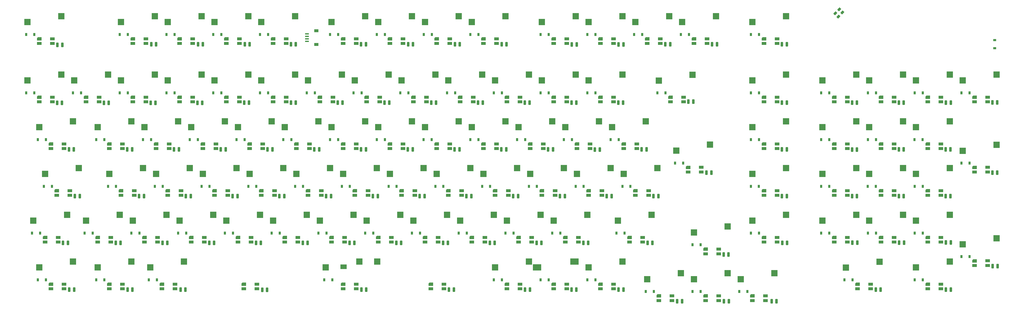
<source format=gbr>
%TF.GenerationSoftware,KiCad,Pcbnew,(6.0.4)*%
%TF.CreationDate,2022-11-05T13:28:53+01:00*%
%TF.ProjectId,pcb,7063622e-6b69-4636-9164-5f7063625858,rev?*%
%TF.SameCoordinates,Original*%
%TF.FileFunction,Paste,Bot*%
%TF.FilePolarity,Positive*%
%FSLAX46Y46*%
G04 Gerber Fmt 4.6, Leading zero omitted, Abs format (unit mm)*
G04 Created by KiCad (PCBNEW (6.0.4)) date 2022-11-05 13:28:53*
%MOMM*%
%LPD*%
G01*
G04 APERTURE LIST*
G04 Aperture macros list*
%AMRoundRect*
0 Rectangle with rounded corners*
0 $1 Rounding radius*
0 $2 $3 $4 $5 $6 $7 $8 $9 X,Y pos of 4 corners*
0 Add a 4 corners polygon primitive as box body*
4,1,4,$2,$3,$4,$5,$6,$7,$8,$9,$2,$3,0*
0 Add four circle primitives for the rounded corners*
1,1,$1+$1,$2,$3*
1,1,$1+$1,$4,$5*
1,1,$1+$1,$6,$7*
1,1,$1+$1,$8,$9*
0 Add four rect primitives between the rounded corners*
20,1,$1+$1,$2,$3,$4,$5,0*
20,1,$1+$1,$4,$5,$6,$7,0*
20,1,$1+$1,$6,$7,$8,$9,0*
20,1,$1+$1,$8,$9,$2,$3,0*%
%AMOutline5P*
0 Free polygon, 5 corners , with rotation*
0 The origin of the aperture is its center*
0 number of corners: always 5*
0 $1 to $10 corner X, Y*
0 $11 Rotation angle, in degrees counterclockwise*
0 create outline with 5 corners*
4,1,5,$1,$2,$3,$4,$5,$6,$7,$8,$9,$10,$1,$2,$11*%
%AMOutline6P*
0 Free polygon, 6 corners , with rotation*
0 The origin of the aperture is its center*
0 number of corners: always 6*
0 $1 to $12 corner X, Y*
0 $13 Rotation angle, in degrees counterclockwise*
0 create outline with 6 corners*
4,1,6,$1,$2,$3,$4,$5,$6,$7,$8,$9,$10,$11,$12,$1,$2,$13*%
%AMOutline7P*
0 Free polygon, 7 corners , with rotation*
0 The origin of the aperture is its center*
0 number of corners: always 7*
0 $1 to $14 corner X, Y*
0 $15 Rotation angle, in degrees counterclockwise*
0 create outline with 7 corners*
4,1,7,$1,$2,$3,$4,$5,$6,$7,$8,$9,$10,$11,$12,$13,$14,$1,$2,$15*%
%AMOutline8P*
0 Free polygon, 8 corners , with rotation*
0 The origin of the aperture is its center*
0 number of corners: always 8*
0 $1 to $16 corner X, Y*
0 $17 Rotation angle, in degrees counterclockwise*
0 create outline with 8 corners*
4,1,8,$1,$2,$3,$4,$5,$6,$7,$8,$9,$10,$11,$12,$13,$14,$15,$16,$1,$2,$17*%
G04 Aperture macros list end*
%ADD10R,1.850000X1.280000*%
%ADD11R,1.850000X1.310000*%
%ADD12Outline5P,-0.925000X0.660000X0.925000X0.660000X0.925000X-0.264000X0.529000X-0.660000X-0.925000X-0.660000X180.000000*%
%ADD13R,1.850000X1.300000*%
%ADD14R,2.550000X2.500000*%
%ADD15R,2.570500X1.878000*%
%ADD16R,3.500998X2.500000*%
%ADD17R,3.349250X2.500000*%
%ADD18R,0.900000X1.200000*%
%ADD19RoundRect,0.250000X-0.250000X-0.700000X0.250000X-0.700000X0.250000X0.700000X-0.250000X0.700000X0*%
%ADD20RoundRect,0.250000X0.503814X0.132583X0.132583X0.503814X-0.503814X-0.132583X-0.132583X-0.503814X0*%
%ADD21R,1.800000X1.200000*%
%ADD22R,1.550000X0.600000*%
%ADD23R,1.200000X0.900000*%
G04 APERTURE END LIST*
D10*
%TO.C,D150*%
X465431250Y-223547500D03*
D11*
X465431250Y-221642500D03*
D12*
X460081250Y-221647500D03*
D13*
X460081250Y-223537500D03*
%TD*%
D10*
%TO.C,D190*%
X132056250Y-280697500D03*
D11*
X132056250Y-278792500D03*
D12*
X126706250Y-278797500D03*
D13*
X126706250Y-280687500D03*
%TD*%
D10*
%TO.C,D180*%
X298743750Y-261647500D03*
D11*
X298743750Y-259742500D03*
D12*
X293393750Y-259747500D03*
D13*
X293393750Y-261637500D03*
%TD*%
D10*
%TO.C,D115*%
X103481250Y-204497500D03*
D11*
X103481250Y-202592500D03*
D12*
X98131250Y-202597500D03*
D13*
X98131250Y-204487500D03*
%TD*%
D10*
%TO.C,D119*%
X179681250Y-204497500D03*
D11*
X179681250Y-202592500D03*
D12*
X174331250Y-202597500D03*
D13*
X174331250Y-204487500D03*
%TD*%
D14*
%TO.C,MX13*%
X373796250Y-169545000D03*
X360066250Y-171965000D03*
%TD*%
D10*
%TO.C,D135*%
X132056250Y-223547500D03*
D11*
X132056250Y-221642500D03*
D12*
X126706250Y-221647500D03*
D13*
X126706250Y-223537500D03*
%TD*%
D10*
%TO.C,D162*%
X327318750Y-242597500D03*
D11*
X327318750Y-240692500D03*
D12*
X321968750Y-240697500D03*
D13*
X321968750Y-242587500D03*
%TD*%
D14*
%TO.C,MX11*%
X335696250Y-169545000D03*
X321966250Y-171965000D03*
%TD*%
%TO.C,MX43*%
X288071250Y-212407500D03*
X274341250Y-214827500D03*
%TD*%
D10*
%TO.C,D136*%
X151106250Y-223547500D03*
D11*
X151106250Y-221642500D03*
D12*
X145756250Y-221647500D03*
D13*
X145756250Y-223537500D03*
%TD*%
D10*
%TO.C,D144*%
X303506250Y-223547500D03*
D11*
X303506250Y-221642500D03*
D12*
X298156250Y-221647500D03*
D13*
X298156250Y-223537500D03*
%TD*%
D10*
%TO.C,D158*%
X251118750Y-242597500D03*
D11*
X251118750Y-240692500D03*
D12*
X245768750Y-240697500D03*
D13*
X245768750Y-242587500D03*
%TD*%
D14*
%TO.C,MX31*%
X449996250Y-193357500D03*
X436266250Y-195777500D03*
%TD*%
D10*
%TO.C,D197*%
X374943750Y-285460000D03*
D11*
X374943750Y-283555000D03*
D12*
X369593750Y-283560000D03*
D13*
X369593750Y-285450000D03*
%TD*%
D14*
%TO.C,MX20*%
X202346250Y-193357500D03*
X188616250Y-195777500D03*
%TD*%
%TO.C,MX54*%
X178533750Y-231457500D03*
X164803750Y-233877500D03*
%TD*%
D10*
%TO.C,D134*%
X108243750Y-223547500D03*
D11*
X108243750Y-221642500D03*
D12*
X102893750Y-221647500D03*
D13*
X102893750Y-223537500D03*
%TD*%
D14*
%TO.C,MX12*%
X354746250Y-169545000D03*
X341016250Y-171965000D03*
%TD*%
%TO.C,MX51*%
X114240000Y-231457500D03*
X100510000Y-233877500D03*
%TD*%
D10*
%TO.C,D138*%
X189206250Y-223547500D03*
D11*
X189206250Y-221642500D03*
D12*
X183856250Y-221647500D03*
D13*
X183856250Y-223537500D03*
%TD*%
D10*
%TO.C,D166*%
X427331250Y-242597500D03*
D11*
X427331250Y-240692500D03*
D12*
X421981250Y-240697500D03*
D13*
X421981250Y-242587500D03*
%TD*%
D14*
%TO.C,MX77*%
X245208750Y-250507500D03*
X231478750Y-252927500D03*
%TD*%
D10*
%TO.C,D185*%
X427331250Y-261647500D03*
D11*
X427331250Y-259742500D03*
D12*
X421981250Y-259747500D03*
D13*
X421981250Y-261637500D03*
%TD*%
D10*
%TO.C,D107*%
X246356250Y-180685000D03*
D11*
X246356250Y-178780000D03*
D12*
X241006250Y-178785000D03*
D13*
X241006250Y-180675000D03*
%TD*%
D10*
%TO.C,D175*%
X203493750Y-261647500D03*
D11*
X203493750Y-259742500D03*
D12*
X198143750Y-259747500D03*
D13*
X198143750Y-261637500D03*
%TD*%
D10*
%TO.C,D170*%
X105862500Y-261647500D03*
D11*
X105862500Y-259742500D03*
D12*
X100512500Y-259747500D03*
D13*
X100512500Y-261637500D03*
%TD*%
D10*
%TO.C,D202*%
X186825000Y-280697500D03*
D11*
X186825000Y-278792500D03*
D12*
X181475000Y-278797500D03*
D13*
X181475000Y-280687500D03*
%TD*%
D10*
%TO.C,D146*%
X341606250Y-223547500D03*
D11*
X341606250Y-221642500D03*
D12*
X336256250Y-221647500D03*
D13*
X336256250Y-223537500D03*
%TD*%
D14*
%TO.C,MX79*%
X283308750Y-250507500D03*
X269578750Y-252927500D03*
%TD*%
D10*
%TO.C,D140*%
X227306250Y-223547500D03*
D11*
X227306250Y-221642500D03*
D12*
X221956250Y-221647500D03*
D13*
X221956250Y-223537500D03*
%TD*%
D14*
%TO.C,MX49*%
X449996250Y-212407500D03*
X436266250Y-214827500D03*
%TD*%
%TO.C,MX45*%
X326171250Y-212407500D03*
X312441250Y-214827500D03*
%TD*%
D10*
%TO.C,D188*%
X484481250Y-271172500D03*
D11*
X484481250Y-269267500D03*
D12*
X479131250Y-269272500D03*
D13*
X479131250Y-271162500D03*
%TD*%
D10*
%TO.C,D137*%
X170156250Y-223547500D03*
D11*
X170156250Y-221642500D03*
D12*
X164806250Y-221647500D03*
D13*
X164806250Y-223537500D03*
%TD*%
D14*
%TO.C,MX42*%
X269021250Y-212407500D03*
X255291250Y-214827500D03*
%TD*%
D10*
%TO.C,D193*%
X293981250Y-280697500D03*
D11*
X293981250Y-278792500D03*
D12*
X288631250Y-278797500D03*
D13*
X288631250Y-280687500D03*
%TD*%
D14*
%TO.C,MX10*%
X316646250Y-169545000D03*
X302916250Y-171965000D03*
%TD*%
%TO.C,MX92*%
X235827500Y-269557500D03*
X228540000Y-269557500D03*
D15*
X222107750Y-271666500D03*
D14*
X214810000Y-271977500D03*
%TD*%
D10*
%TO.C,D163*%
X346368750Y-242597500D03*
D11*
X346368750Y-240692500D03*
D12*
X341018750Y-240697500D03*
D13*
X341018750Y-242587500D03*
%TD*%
D10*
%TO.C,D139*%
X208256250Y-223547500D03*
D11*
X208256250Y-221642500D03*
D12*
X202906250Y-221647500D03*
D13*
X202906250Y-223537500D03*
%TD*%
D14*
%TO.C,MX9*%
X288071250Y-169545000D03*
X274341250Y-171965000D03*
%TD*%
%TO.C,MX18*%
X164246250Y-193357500D03*
X150516250Y-195777500D03*
%TD*%
D10*
%TO.C,D141*%
X246356250Y-223547500D03*
D11*
X246356250Y-221642500D03*
D12*
X241006250Y-221647500D03*
D13*
X241006250Y-223537500D03*
%TD*%
D10*
%TO.C,D148*%
X427331250Y-223547500D03*
D11*
X427331250Y-221642500D03*
D12*
X421981250Y-221647500D03*
D13*
X421981250Y-223537500D03*
%TD*%
D14*
%TO.C,MX15*%
X107096250Y-193357500D03*
X93366250Y-195777500D03*
%TD*%
%TO.C,MX5*%
X202346250Y-169545000D03*
X188616250Y-171965000D03*
%TD*%
%TO.C,MX21*%
X221396250Y-193357500D03*
X207666250Y-195777500D03*
%TD*%
D10*
%TO.C,D113*%
X370181250Y-180685000D03*
D11*
X370181250Y-178780000D03*
D12*
X364831250Y-178785000D03*
D13*
X364831250Y-180675000D03*
%TD*%
D10*
%TO.C,D109*%
X284456250Y-180685000D03*
D11*
X284456250Y-178780000D03*
D12*
X279106250Y-178785000D03*
D13*
X279106250Y-180675000D03*
%TD*%
D14*
%TO.C,MX84*%
X402371250Y-250507500D03*
X388641250Y-252927500D03*
%TD*%
%TO.C,MX44*%
X307121250Y-212407500D03*
X293391250Y-214827500D03*
%TD*%
D10*
%TO.C,D127*%
X332081250Y-204497500D03*
D11*
X332081250Y-202592500D03*
D12*
X326731250Y-202597500D03*
D13*
X326731250Y-204487500D03*
%TD*%
D10*
%TO.C,D167*%
X446381250Y-242597500D03*
D11*
X446381250Y-240692500D03*
D12*
X441031250Y-240697500D03*
D13*
X441031250Y-242587500D03*
%TD*%
D14*
%TO.C,MX47*%
X402371250Y-212407500D03*
X388641250Y-214827500D03*
%TD*%
%TO.C,MX32*%
X469046250Y-193357500D03*
X455316250Y-195777500D03*
%TD*%
%TO.C,MX91*%
X157102500Y-269557500D03*
X143372500Y-271977500D03*
%TD*%
%TO.C,MX36*%
X154721250Y-212407500D03*
X140991250Y-214827500D03*
%TD*%
D10*
%TO.C,D183*%
X374943750Y-266410000D03*
D11*
X374943750Y-264505000D03*
D12*
X369593750Y-264510000D03*
D13*
X369593750Y-266400000D03*
%TD*%
D10*
%TO.C,D130*%
X427331250Y-204497500D03*
D11*
X427331250Y-202592500D03*
D12*
X421981250Y-202597500D03*
D13*
X421981250Y-204487500D03*
%TD*%
D14*
%TO.C,MX71*%
X130908750Y-250507500D03*
X117178750Y-252927500D03*
%TD*%
D10*
%TO.C,D116*%
X122531250Y-204497500D03*
D11*
X122531250Y-202592500D03*
D12*
X117181250Y-202597500D03*
D13*
X117181250Y-204487500D03*
%TD*%
D10*
%TO.C,D168*%
X465431250Y-242597500D03*
D11*
X465431250Y-240692500D03*
D12*
X460081250Y-240697500D03*
D13*
X460081250Y-242587500D03*
%TD*%
D10*
%TO.C,D176*%
X222543750Y-261647500D03*
D11*
X222543750Y-259742500D03*
D12*
X217193750Y-259747500D03*
D13*
X217193750Y-261637500D03*
%TD*%
D10*
%TO.C,D110*%
X313031250Y-180685000D03*
D11*
X313031250Y-178780000D03*
D12*
X307681250Y-178785000D03*
D13*
X307681250Y-180675000D03*
%TD*%
D14*
%TO.C,MX80*%
X302358750Y-250507500D03*
X288628750Y-252927500D03*
%TD*%
D10*
%TO.C,D128*%
X360656250Y-204497500D03*
D11*
X360656250Y-202592500D03*
D12*
X355306250Y-202597500D03*
D13*
X355306250Y-204487500D03*
%TD*%
D10*
%TO.C,D118*%
X160631250Y-204497500D03*
D11*
X160631250Y-202592500D03*
D12*
X155281250Y-202597500D03*
D13*
X155281250Y-204487500D03*
%TD*%
D14*
%TO.C,MX89*%
X111858750Y-269557500D03*
X98128750Y-271977500D03*
%TD*%
%TO.C,MX66*%
X430946250Y-231457500D03*
X417216250Y-233877500D03*
%TD*%
D10*
%TO.C,D186*%
X446381250Y-261647500D03*
D11*
X446381250Y-259742500D03*
D12*
X441031250Y-259747500D03*
D13*
X441031250Y-261637500D03*
%TD*%
D14*
%TO.C,MX3*%
X164246250Y-169545000D03*
X150516250Y-171965000D03*
%TD*%
D10*
%TO.C,D171*%
X127293750Y-261647500D03*
D11*
X127293750Y-259742500D03*
D12*
X121943750Y-259747500D03*
D13*
X121943750Y-261637500D03*
%TD*%
D14*
%TO.C,MX61*%
X311883750Y-231457500D03*
X298153750Y-233877500D03*
%TD*%
%TO.C,MX100*%
X469046250Y-269557500D03*
X455316250Y-271977500D03*
%TD*%
D10*
%TO.C,D105*%
X198731250Y-180685000D03*
D11*
X198731250Y-178780000D03*
D12*
X193381250Y-178785000D03*
D13*
X193381250Y-180675000D03*
%TD*%
D14*
%TO.C,MX86*%
X449996250Y-250507500D03*
X436266250Y-252927500D03*
%TD*%
%TO.C,MX39*%
X211871250Y-212407500D03*
X198141250Y-214827500D03*
%TD*%
D10*
%TO.C,D192*%
X227306250Y-280697500D03*
D11*
X227306250Y-278792500D03*
D12*
X221956250Y-278797500D03*
D13*
X221956250Y-280687500D03*
%TD*%
D14*
%TO.C,MX87*%
X469046250Y-250507500D03*
X455316250Y-252927500D03*
%TD*%
%TO.C,MX83*%
X378558750Y-255270000D03*
X364828750Y-257690000D03*
%TD*%
%TO.C,MX78*%
X264258750Y-250507500D03*
X250528750Y-252927500D03*
%TD*%
D10*
%TO.C,D120*%
X198731250Y-204497500D03*
D11*
X198731250Y-202592500D03*
D12*
X193381250Y-202597500D03*
D13*
X193381250Y-204487500D03*
%TD*%
D10*
%TO.C,D122*%
X236831250Y-204497500D03*
D11*
X236831250Y-202592500D03*
D12*
X231481250Y-202597500D03*
D13*
X231481250Y-204487500D03*
%TD*%
D14*
%TO.C,MX40*%
X230921250Y-212407500D03*
X217191250Y-214827500D03*
%TD*%
D10*
%TO.C,D129*%
X398756250Y-204497500D03*
D11*
X398756250Y-202592500D03*
D12*
X393406250Y-202597500D03*
D13*
X393406250Y-204487500D03*
%TD*%
D10*
%TO.C,D155*%
X193968750Y-242597500D03*
D11*
X193968750Y-240692500D03*
D12*
X188618750Y-240697500D03*
D13*
X188618750Y-242587500D03*
%TD*%
D14*
%TO.C,MX81*%
X321408750Y-250507500D03*
X307678750Y-252927500D03*
%TD*%
D10*
%TO.C,D103*%
X160631250Y-180685000D03*
D11*
X160631250Y-178780000D03*
D12*
X155281250Y-178785000D03*
D13*
X155281250Y-180675000D03*
%TD*%
D14*
%TO.C,MX25*%
X297596250Y-193357500D03*
X283866250Y-195777500D03*
%TD*%
D10*
%TO.C,D106*%
X227306250Y-180685000D03*
D11*
X227306250Y-178780000D03*
D12*
X221956250Y-178785000D03*
D13*
X221956250Y-180675000D03*
%TD*%
D14*
%TO.C,MX52*%
X140433750Y-231457500D03*
X126703750Y-233877500D03*
%TD*%
D10*
%TO.C,D181*%
X317793750Y-261647500D03*
D11*
X317793750Y-259742500D03*
D12*
X312443750Y-259747500D03*
D13*
X312443750Y-261637500D03*
%TD*%
D10*
%TO.C,D184*%
X398756250Y-261647500D03*
D11*
X398756250Y-259742500D03*
D12*
X393406250Y-259747500D03*
D13*
X393406250Y-261637500D03*
%TD*%
D10*
%TO.C,D114*%
X398756250Y-180685000D03*
D11*
X398756250Y-178780000D03*
D12*
X393406250Y-178785000D03*
D13*
X393406250Y-180675000D03*
%TD*%
D14*
%TO.C,MX28*%
X364271250Y-193423639D03*
X350541250Y-195843639D03*
%TD*%
%TO.C,MX97*%
X378558750Y-274320000D03*
X364828750Y-276740000D03*
%TD*%
%TO.C,MX63*%
X349983750Y-231457500D03*
X336253750Y-233877500D03*
%TD*%
D10*
%TO.C,D156*%
X213018750Y-242597500D03*
D11*
X213018750Y-240692500D03*
D12*
X207668750Y-240697500D03*
D13*
X207668750Y-242587500D03*
%TD*%
D14*
%TO.C,MX16*%
X126146250Y-193357500D03*
X112416250Y-195777500D03*
%TD*%
D10*
%TO.C,D159*%
X270168750Y-242597500D03*
D11*
X270168750Y-240692500D03*
D12*
X264818750Y-240697500D03*
D13*
X264818750Y-242587500D03*
%TD*%
D14*
%TO.C,MX76*%
X226158750Y-250507500D03*
X212428750Y-252927500D03*
%TD*%
%TO.C,MX14*%
X402371250Y-169545000D03*
X388641250Y-171965000D03*
%TD*%
%TO.C,MX65*%
X402371250Y-231457500D03*
X388641250Y-233877500D03*
%TD*%
%TO.C,MX75*%
X207108750Y-250507500D03*
X193378750Y-252927500D03*
%TD*%
D10*
%TO.C,D172*%
X146343750Y-261647500D03*
D11*
X146343750Y-259742500D03*
D12*
X140993750Y-259747500D03*
D13*
X140993750Y-261637500D03*
%TD*%
D10*
%TO.C,D117*%
X141581250Y-204497500D03*
D11*
X141581250Y-202592500D03*
D12*
X136231250Y-202597500D03*
D13*
X136231250Y-204487500D03*
%TD*%
D10*
%TO.C,D173*%
X165393750Y-261647500D03*
D11*
X165393750Y-259742500D03*
D12*
X160043750Y-259747500D03*
D13*
X160043750Y-261637500D03*
%TD*%
D10*
%TO.C,D178*%
X260643750Y-261647500D03*
D11*
X260643750Y-259742500D03*
D12*
X255293750Y-259747500D03*
D13*
X255293750Y-261637500D03*
%TD*%
D14*
%TO.C,MX50*%
X469046250Y-212407500D03*
X455316250Y-214827500D03*
%TD*%
%TO.C,MX70*%
X109477500Y-250507500D03*
X95747500Y-252927500D03*
%TD*%
D10*
%TO.C,D199*%
X436856250Y-280697500D03*
D11*
X436856250Y-278792500D03*
D12*
X431506250Y-278797500D03*
D13*
X431506250Y-280687500D03*
%TD*%
D10*
%TO.C,D143*%
X284456250Y-223547500D03*
D11*
X284456250Y-221642500D03*
D12*
X279106250Y-221647500D03*
D13*
X279106250Y-223537500D03*
%TD*%
D10*
%TO.C,D182*%
X343987500Y-261647500D03*
D11*
X343987500Y-259742500D03*
D12*
X338637500Y-259747500D03*
D13*
X338637500Y-261637500D03*
%TD*%
D14*
%TO.C,MX33*%
X488096250Y-193357500D03*
X474366250Y-195777500D03*
%TD*%
D10*
%TO.C,D157*%
X232068750Y-242597500D03*
D11*
X232068750Y-240692500D03*
D12*
X226718750Y-240697500D03*
D13*
X226718750Y-242587500D03*
%TD*%
D14*
%TO.C,MX72*%
X149958750Y-250507500D03*
X136228750Y-252927500D03*
%TD*%
D16*
%TO.C,MX94*%
X316170749Y-269557500D03*
D17*
X300934625Y-271977500D03*
%TD*%
D14*
%TO.C,MX74*%
X188058750Y-250507500D03*
X174328750Y-252927500D03*
%TD*%
D10*
%TO.C,D196*%
X355893750Y-285460000D03*
D11*
X355893750Y-283555000D03*
D12*
X350543750Y-283560000D03*
D13*
X350543750Y-285450000D03*
%TD*%
D10*
%TO.C,D102*%
X141581250Y-180685000D03*
D11*
X141581250Y-178780000D03*
D12*
X136231250Y-178785000D03*
D13*
X136231250Y-180675000D03*
%TD*%
D10*
%TO.C,D203*%
X263025000Y-280697500D03*
D11*
X263025000Y-278792500D03*
D12*
X257675000Y-278797500D03*
D13*
X257675000Y-280687500D03*
%TD*%
D10*
%TO.C,D177*%
X241593750Y-261647500D03*
D11*
X241593750Y-259742500D03*
D12*
X236243750Y-259747500D03*
D13*
X236243750Y-261637500D03*
%TD*%
D14*
%TO.C,MX6*%
X230921250Y-169545000D03*
X217191250Y-171965000D03*
%TD*%
D10*
%TO.C,D145*%
X322556250Y-223547500D03*
D11*
X322556250Y-221642500D03*
D12*
X317206250Y-221647500D03*
D13*
X317206250Y-223537500D03*
%TD*%
D10*
%TO.C,D112*%
X351131250Y-180685000D03*
D11*
X351131250Y-178780000D03*
D12*
X345781250Y-178785000D03*
D13*
X345781250Y-180675000D03*
%TD*%
D14*
%TO.C,MX19*%
X183296250Y-193357500D03*
X169566250Y-195777500D03*
%TD*%
D10*
%TO.C,D142*%
X265406250Y-223547500D03*
D11*
X265406250Y-221642500D03*
D12*
X260056250Y-221647500D03*
D13*
X260056250Y-223537500D03*
%TD*%
D10*
%TO.C,D161*%
X308268750Y-242597500D03*
D11*
X308268750Y-240692500D03*
D12*
X302918750Y-240697500D03*
D13*
X302918750Y-242587500D03*
%TD*%
D14*
%TO.C,MX90*%
X135671250Y-269557500D03*
X121941250Y-271977500D03*
%TD*%
D10*
%TO.C,D149*%
X446381250Y-223547500D03*
D11*
X446381250Y-221642500D03*
D12*
X441031250Y-221647500D03*
D13*
X441031250Y-223537500D03*
%TD*%
D14*
%TO.C,MX69*%
X488096250Y-221998639D03*
X474366250Y-224418639D03*
%TD*%
%TO.C,MX30*%
X430946250Y-193357500D03*
X417216250Y-195777500D03*
%TD*%
%TO.C,MX85*%
X430946250Y-250507500D03*
X417216250Y-252927500D03*
%TD*%
D10*
%TO.C,D126*%
X313031250Y-204497500D03*
D11*
X313031250Y-202592500D03*
D12*
X307681250Y-202597500D03*
D13*
X307681250Y-204487500D03*
%TD*%
D14*
%TO.C,MX73*%
X169008750Y-250507500D03*
X155278750Y-252927500D03*
%TD*%
D10*
%TO.C,D195*%
X332081250Y-280697500D03*
D11*
X332081250Y-278792500D03*
D12*
X326731250Y-278797500D03*
D13*
X326731250Y-280687500D03*
%TD*%
D10*
%TO.C,D123*%
X255881250Y-204497500D03*
D11*
X255881250Y-202592500D03*
D12*
X250531250Y-202597500D03*
D13*
X250531250Y-204487500D03*
%TD*%
D14*
%TO.C,MX57*%
X235683750Y-231457500D03*
X221953750Y-233877500D03*
%TD*%
D10*
%TO.C,D179*%
X279693750Y-261647500D03*
D11*
X279693750Y-259742500D03*
D12*
X274343750Y-259747500D03*
D13*
X274343750Y-261637500D03*
%TD*%
D14*
%TO.C,MX48*%
X430946250Y-212407500D03*
X417216250Y-214827500D03*
%TD*%
D10*
%TO.C,D174*%
X184443750Y-261647500D03*
D11*
X184443750Y-259742500D03*
D12*
X179093750Y-259747500D03*
D13*
X179093750Y-261637500D03*
%TD*%
D10*
%TO.C,D147*%
X398756250Y-223547500D03*
D11*
X398756250Y-221642500D03*
D12*
X393406250Y-221647500D03*
D13*
X393406250Y-223537500D03*
%TD*%
D14*
%TO.C,MX95*%
X335696250Y-269557500D03*
X321966250Y-271977500D03*
%TD*%
%TO.C,MX98*%
X397608750Y-274320000D03*
X383878750Y-276740000D03*
%TD*%
D10*
%TO.C,D198*%
X393993750Y-285460000D03*
D11*
X393993750Y-283555000D03*
D12*
X388643750Y-283560000D03*
D13*
X388643750Y-285450000D03*
%TD*%
D10*
%TO.C,D133*%
X484481250Y-204497500D03*
D11*
X484481250Y-202592500D03*
D12*
X479131250Y-202597500D03*
D13*
X479131250Y-204487500D03*
%TD*%
D14*
%TO.C,MX55*%
X197583750Y-231457500D03*
X183853750Y-233877500D03*
%TD*%
%TO.C,MX60*%
X292833750Y-231457500D03*
X279103750Y-233877500D03*
%TD*%
D10*
%TO.C,D121*%
X217781250Y-204497500D03*
D11*
X217781250Y-202592500D03*
D12*
X212431250Y-202597500D03*
D13*
X212431250Y-204487500D03*
%TD*%
D14*
%TO.C,MX99*%
X440471250Y-269623639D03*
X426741250Y-272043639D03*
%TD*%
%TO.C,MX7*%
X249971250Y-169545000D03*
X236241250Y-171965000D03*
%TD*%
D10*
%TO.C,D187*%
X465431250Y-261647500D03*
D11*
X465431250Y-259742500D03*
D12*
X460081250Y-259747500D03*
D13*
X460081250Y-261637500D03*
%TD*%
D10*
%TO.C,D125*%
X293981250Y-204497500D03*
D11*
X293981250Y-202592500D03*
D12*
X288631250Y-202597500D03*
D13*
X288631250Y-204487500D03*
%TD*%
D14*
%TO.C,MX37*%
X173771250Y-212407500D03*
X160041250Y-214827500D03*
%TD*%
%TO.C,MX96*%
X359508750Y-274320000D03*
X345778750Y-276740000D03*
%TD*%
%TO.C,MX4*%
X183296250Y-169545000D03*
X169566250Y-171965000D03*
%TD*%
D10*
%TO.C,D154*%
X174918750Y-242597500D03*
D11*
X174918750Y-240692500D03*
D12*
X169568750Y-240697500D03*
D13*
X169568750Y-242587500D03*
%TD*%
D14*
%TO.C,MX56*%
X216633750Y-231457500D03*
X202903750Y-233877500D03*
%TD*%
D10*
%TO.C,D104*%
X179681250Y-180685000D03*
D11*
X179681250Y-178780000D03*
D12*
X174331250Y-178785000D03*
D13*
X174331250Y-180675000D03*
%TD*%
D10*
%TO.C,D153*%
X155868750Y-242597500D03*
D11*
X155868750Y-240692500D03*
D12*
X150518750Y-240697500D03*
D13*
X150518750Y-242587500D03*
%TD*%
D10*
%TO.C,D124*%
X274931250Y-204497500D03*
D11*
X274931250Y-202592500D03*
D12*
X269581250Y-202597500D03*
D13*
X269581250Y-204487500D03*
%TD*%
D10*
%TO.C,D200*%
X465431250Y-280697500D03*
D11*
X465431250Y-278792500D03*
D12*
X460081250Y-278797500D03*
D13*
X460081250Y-280687500D03*
%TD*%
D14*
%TO.C,MX46*%
X345221250Y-212407500D03*
X331491250Y-214827500D03*
%TD*%
%TO.C,MX22*%
X240446250Y-193357500D03*
X226716250Y-195777500D03*
%TD*%
D10*
%TO.C,D194*%
X313031250Y-280697500D03*
D11*
X313031250Y-278792500D03*
D12*
X307681250Y-278797500D03*
D13*
X307681250Y-280687500D03*
%TD*%
D14*
%TO.C,MX38*%
X192821250Y-212407500D03*
X179091250Y-214827500D03*
%TD*%
%TO.C,MX23*%
X259496250Y-193357500D03*
X245766250Y-195777500D03*
%TD*%
%TO.C,MX27*%
X335696250Y-193357500D03*
X321966250Y-195777500D03*
%TD*%
%TO.C,MX1*%
X107096250Y-169545000D03*
X93366250Y-171965000D03*
%TD*%
D10*
%TO.C,D111*%
X332081250Y-180685000D03*
D11*
X332081250Y-178780000D03*
D12*
X326731250Y-178785000D03*
D13*
X326731250Y-180675000D03*
%TD*%
D14*
%TO.C,MX93*%
X297596250Y-269557500D03*
X283866250Y-271977500D03*
%TD*%
%TO.C,MX67*%
X449996250Y-231457500D03*
X436266250Y-233877500D03*
%TD*%
%TO.C,MX8*%
X269021250Y-169545000D03*
X255291250Y-171965000D03*
%TD*%
%TO.C,MX88*%
X488096250Y-260098639D03*
X474366250Y-262518639D03*
%TD*%
D10*
%TO.C,D132*%
X465431250Y-204497500D03*
D11*
X465431250Y-202592500D03*
D12*
X460081250Y-202597500D03*
D13*
X460081250Y-204487500D03*
%TD*%
D14*
%TO.C,MX41*%
X249971250Y-212407500D03*
X236241250Y-214827500D03*
%TD*%
D10*
%TO.C,D189*%
X108243750Y-280697500D03*
D11*
X108243750Y-278792500D03*
D12*
X102893750Y-278797500D03*
D13*
X102893750Y-280687500D03*
%TD*%
D14*
%TO.C,MX17*%
X145196250Y-193357500D03*
X131466250Y-195777500D03*
%TD*%
%TO.C,MX26*%
X316646250Y-193357500D03*
X302916250Y-195777500D03*
%TD*%
D10*
%TO.C,D160*%
X289218750Y-242597500D03*
D11*
X289218750Y-240692500D03*
D12*
X283868750Y-240697500D03*
D13*
X283868750Y-242587500D03*
%TD*%
D10*
%TO.C,D131*%
X446381250Y-204497500D03*
D11*
X446381250Y-202592500D03*
D12*
X441031250Y-202597500D03*
D13*
X441031250Y-204487500D03*
%TD*%
D14*
%TO.C,MX82*%
X347602500Y-250507500D03*
X333872500Y-252927500D03*
%TD*%
D10*
%TO.C,D108*%
X265406250Y-180685000D03*
D11*
X265406250Y-178780000D03*
D12*
X260056250Y-178785000D03*
D13*
X260056250Y-180675000D03*
%TD*%
D14*
%TO.C,MX62*%
X330933750Y-231457500D03*
X317203750Y-233877500D03*
%TD*%
D10*
%TO.C,D152*%
X136818750Y-242597500D03*
D11*
X136818750Y-240692500D03*
D12*
X131468750Y-240697500D03*
D13*
X131468750Y-242587500D03*
%TD*%
D14*
%TO.C,MX34*%
X111858750Y-212407500D03*
X98128750Y-214827500D03*
%TD*%
%TO.C,MX68*%
X469046250Y-231457500D03*
X455316250Y-233877500D03*
%TD*%
D10*
%TO.C,D169*%
X484481250Y-233072500D03*
D11*
X484481250Y-231167500D03*
D12*
X479131250Y-231172500D03*
D13*
X479131250Y-233062500D03*
%TD*%
D10*
%TO.C,D191*%
X153487500Y-280697500D03*
D11*
X153487500Y-278792500D03*
D12*
X148137500Y-278797500D03*
D13*
X148137500Y-280687500D03*
%TD*%
D10*
%TO.C,D165*%
X398756250Y-242597500D03*
D11*
X398756250Y-240692500D03*
D12*
X393406250Y-240697500D03*
D13*
X393406250Y-242587500D03*
%TD*%
D14*
%TO.C,MX24*%
X278546250Y-193357500D03*
X264816250Y-195777500D03*
%TD*%
%TO.C,MX29*%
X402371250Y-193357500D03*
X388641250Y-195777500D03*
%TD*%
%TO.C,MX35*%
X135671250Y-212407500D03*
X121941250Y-214827500D03*
%TD*%
D10*
%TO.C,D164*%
X367800000Y-233072500D03*
D11*
X367800000Y-231167500D03*
D12*
X362450000Y-231172500D03*
D13*
X362450000Y-233062500D03*
%TD*%
D14*
%TO.C,MX64*%
X371415000Y-221932500D03*
X357685000Y-224352500D03*
%TD*%
D10*
%TO.C,D151*%
X110625000Y-242597500D03*
D11*
X110625000Y-240692500D03*
D12*
X105275000Y-240697500D03*
D13*
X105275000Y-242587500D03*
%TD*%
D14*
%TO.C,MX58*%
X254733750Y-231457500D03*
X241003750Y-233877500D03*
%TD*%
D10*
%TO.C,D101*%
X103481250Y-180685000D03*
D11*
X103481250Y-178780000D03*
D12*
X98131250Y-178785000D03*
D13*
X98131250Y-180675000D03*
%TD*%
D14*
%TO.C,MX53*%
X159483750Y-231457500D03*
X145753750Y-233877500D03*
%TD*%
%TO.C,MX2*%
X145196250Y-169545000D03*
X131466250Y-171965000D03*
%TD*%
%TO.C,MX59*%
X273783750Y-231457500D03*
X260053750Y-233877500D03*
%TD*%
D18*
%TO.C,D31*%
X439006250Y-200818750D03*
X435706250Y-200818750D03*
%TD*%
%TO.C,D13*%
X362806250Y-177006250D03*
X359506250Y-177006250D03*
%TD*%
D19*
%TO.C,C65*%
X234077000Y-242887500D03*
X236077000Y-242887500D03*
%TD*%
%TO.C,C48*%
X229251000Y-223837500D03*
X231251000Y-223837500D03*
%TD*%
%TO.C,C42*%
X110252000Y-223837500D03*
X112252000Y-223837500D03*
%TD*%
%TO.C,C84*%
X224552000Y-261937500D03*
X226552000Y-261937500D03*
%TD*%
D18*
%TO.C,D85*%
X419956250Y-257968750D03*
X416656250Y-257968750D03*
%TD*%
D19*
%TO.C,C14*%
X229251000Y-180975000D03*
X231251000Y-180975000D03*
%TD*%
D18*
%TO.C,D37*%
X162781250Y-219868750D03*
X159481250Y-219868750D03*
%TD*%
%TO.C,D25*%
X286606250Y-200818750D03*
X283306250Y-200818750D03*
%TD*%
D19*
%TO.C,C34*%
X314976000Y-204787500D03*
X316976000Y-204787500D03*
%TD*%
D18*
%TO.C,D71*%
X119918750Y-257968750D03*
X116618750Y-257968750D03*
%TD*%
%TO.C,D99*%
X429481250Y-277018750D03*
X426181250Y-277018750D03*
%TD*%
%TO.C,D63*%
X338993750Y-238918750D03*
X335693750Y-238918750D03*
%TD*%
D19*
%TO.C,C76*%
X467376000Y-242887500D03*
X469376000Y-242887500D03*
%TD*%
%TO.C,C90*%
X345964000Y-261937500D03*
X347964000Y-261937500D03*
%TD*%
%TO.C,C39*%
X448326000Y-204787500D03*
X450326000Y-204787500D03*
%TD*%
D18*
%TO.C,D61*%
X300893750Y-238918750D03*
X297593750Y-238918750D03*
%TD*%
%TO.C,D49*%
X439006250Y-219868750D03*
X435706250Y-219868750D03*
%TD*%
%TO.C,D1*%
X96106250Y-177006250D03*
X92806250Y-177006250D03*
%TD*%
D19*
%TO.C,C28*%
X200676000Y-204787500D03*
X202676000Y-204787500D03*
%TD*%
D18*
%TO.C,D56*%
X205643750Y-238918750D03*
X202343750Y-238918750D03*
%TD*%
D19*
%TO.C,C79*%
X129302000Y-261937500D03*
X131302000Y-261937500D03*
%TD*%
D18*
%TO.C,D94*%
X305656250Y-277018750D03*
X302356250Y-277018750D03*
%TD*%
D19*
%TO.C,C89*%
X319802000Y-261937500D03*
X321802000Y-261937500D03*
%TD*%
D20*
%TO.C,R5*%
X425345235Y-168045235D03*
X424054765Y-166754765D03*
%TD*%
D18*
%TO.C,D39*%
X200881250Y-219868750D03*
X197581250Y-219868750D03*
%TD*%
D19*
%TO.C,C108*%
X467503000Y-280987500D03*
X469503000Y-280987500D03*
%TD*%
%TO.C,C52*%
X305451000Y-223837500D03*
X307451000Y-223837500D03*
%TD*%
%TO.C,C107*%
X438928000Y-280987500D03*
X440928000Y-280987500D03*
%TD*%
%TO.C,C21*%
X372253000Y-180975000D03*
X374253000Y-180975000D03*
%TD*%
%TO.C,C68*%
X291227000Y-242887500D03*
X293227000Y-242887500D03*
%TD*%
%TO.C,C60*%
X138827000Y-242887500D03*
X140827000Y-242887500D03*
%TD*%
%TO.C,C74*%
X429276000Y-242887500D03*
X431276000Y-242887500D03*
%TD*%
D18*
%TO.C,D70*%
X98487500Y-257968750D03*
X95187500Y-257968750D03*
%TD*%
%TO.C,D91*%
X146112500Y-277018750D03*
X142812500Y-277018750D03*
%TD*%
D19*
%TO.C,C24*%
X124476000Y-204851000D03*
X126476000Y-204851000D03*
%TD*%
D18*
%TO.C,D46*%
X334231250Y-219868750D03*
X330931250Y-219868750D03*
%TD*%
%TO.C,D79*%
X272318750Y-257968750D03*
X269018750Y-257968750D03*
%TD*%
%TO.C,D22*%
X229456250Y-200818750D03*
X226156250Y-200818750D03*
%TD*%
%TO.C,D29*%
X391381250Y-200818750D03*
X388081250Y-200818750D03*
%TD*%
%TO.C,D51*%
X103312500Y-238918750D03*
X100012500Y-238918750D03*
%TD*%
%TO.C,D77*%
X234218750Y-257968750D03*
X230918750Y-257968750D03*
%TD*%
%TO.C,D17*%
X134206250Y-200818750D03*
X130906250Y-200818750D03*
%TD*%
%TO.C,D66*%
X419956250Y-238918750D03*
X416656250Y-238918750D03*
%TD*%
D19*
%TO.C,C92*%
X400828000Y-261937500D03*
X402828000Y-261937500D03*
%TD*%
%TO.C,C22*%
X400701000Y-180975000D03*
X402701000Y-180975000D03*
%TD*%
%TO.C,C30*%
X238776000Y-204787500D03*
X240776000Y-204787500D03*
%TD*%
%TO.C,C70*%
X329327000Y-242887500D03*
X331327000Y-242887500D03*
%TD*%
D18*
%TO.C,D72*%
X138968750Y-257968750D03*
X135668750Y-257968750D03*
%TD*%
D19*
%TO.C,C104*%
X358029000Y-285750000D03*
X360029000Y-285750000D03*
%TD*%
%TO.C,C72*%
X369967000Y-233362500D03*
X371967000Y-233362500D03*
%TD*%
D18*
%TO.C,D58*%
X243743750Y-238918750D03*
X240443750Y-238918750D03*
%TD*%
D19*
%TO.C,C1*%
X265065000Y-281000000D03*
X267065000Y-281000000D03*
%TD*%
D18*
%TO.C,D47*%
X391381250Y-219868750D03*
X388081250Y-219868750D03*
%TD*%
D19*
%TO.C,C96*%
X486553000Y-271462500D03*
X488553000Y-271462500D03*
%TD*%
%TO.C,C55*%
X400701000Y-223837500D03*
X402701000Y-223837500D03*
%TD*%
%TO.C,C67*%
X272177000Y-242887500D03*
X274177000Y-242887500D03*
%TD*%
D18*
%TO.C,D57*%
X224693750Y-238918750D03*
X221393750Y-238918750D03*
%TD*%
%TO.C,D75*%
X196118750Y-257968750D03*
X192818750Y-257968750D03*
%TD*%
%TO.C,D35*%
X124681250Y-219868750D03*
X121381250Y-219868750D03*
%TD*%
D19*
%TO.C,C16*%
X267478000Y-180975000D03*
X269478000Y-180975000D03*
%TD*%
D18*
%TO.C,D68*%
X458056250Y-238918750D03*
X454756250Y-238918750D03*
%TD*%
%TO.C,D80*%
X291368750Y-257968750D03*
X288068750Y-257968750D03*
%TD*%
D19*
%TO.C,C63*%
X195977000Y-242887500D03*
X197977000Y-242887500D03*
%TD*%
D18*
%TO.C,D11*%
X324706250Y-177006250D03*
X321406250Y-177006250D03*
%TD*%
D19*
%TO.C,C18*%
X315103000Y-181102000D03*
X317103000Y-181102000D03*
%TD*%
D18*
%TO.C,D97*%
X367568750Y-281781250D03*
X364268750Y-281781250D03*
%TD*%
D19*
%TO.C,C97*%
X110379000Y-280987500D03*
X112379000Y-280987500D03*
%TD*%
%TO.C,C69*%
X310277000Y-242887500D03*
X312277000Y-242887500D03*
%TD*%
D18*
%TO.C,D18*%
X153256250Y-200818750D03*
X149956250Y-200818750D03*
%TD*%
D19*
%TO.C,C15*%
X248428000Y-180975000D03*
X250428000Y-180975000D03*
%TD*%
D18*
%TO.C,D27*%
X324706250Y-200818750D03*
X321406250Y-200818750D03*
%TD*%
D19*
%TO.C,C58*%
X467376000Y-223837500D03*
X469376000Y-223837500D03*
%TD*%
D18*
%TO.C,D21*%
X210406250Y-200818750D03*
X207106250Y-200818750D03*
%TD*%
%TO.C,D42*%
X258031250Y-219868750D03*
X254731250Y-219868750D03*
%TD*%
%TO.C,D73*%
X158018750Y-257968750D03*
X154718750Y-257968750D03*
%TD*%
D19*
%TO.C,C17*%
X286528000Y-180975000D03*
X288528000Y-180975000D03*
%TD*%
D18*
%TO.C,D10*%
X305656250Y-177006250D03*
X302356250Y-177006250D03*
%TD*%
%TO.C,D5*%
X191356250Y-177006250D03*
X188056250Y-177006250D03*
%TD*%
D19*
%TO.C,C103*%
X334153000Y-280987500D03*
X336153000Y-280987500D03*
%TD*%
D18*
%TO.C,D100*%
X458056250Y-277018750D03*
X454756250Y-277018750D03*
%TD*%
D19*
%TO.C,C46*%
X191151000Y-223837500D03*
X193151000Y-223837500D03*
%TD*%
D18*
%TO.C,D83*%
X367568750Y-262731250D03*
X364268750Y-262731250D03*
%TD*%
%TO.C,D33*%
X477106250Y-200818750D03*
X473806250Y-200818750D03*
%TD*%
D21*
%TO.C,J2*%
X211050000Y-175500000D03*
X211050000Y-181100000D03*
D22*
X207175000Y-176800000D03*
X207175000Y-177800000D03*
X207175000Y-178800000D03*
X207175000Y-179800000D03*
%TD*%
D18*
%TO.C,D96*%
X348518750Y-281781250D03*
X345218750Y-281781250D03*
%TD*%
D19*
%TO.C,C73*%
X400701000Y-242887500D03*
X402701000Y-242887500D03*
%TD*%
%TO.C,C19*%
X334153000Y-181102000D03*
X336153000Y-181102000D03*
%TD*%
D18*
%TO.C,D60*%
X281843750Y-238918750D03*
X278543750Y-238918750D03*
%TD*%
%TO.C,D36*%
X143731250Y-219868750D03*
X140431250Y-219868750D03*
%TD*%
%TO.C,D9*%
X277081250Y-177006250D03*
X273781250Y-177006250D03*
%TD*%
D19*
%TO.C,C86*%
X262652000Y-261937500D03*
X264652000Y-261937500D03*
%TD*%
D18*
%TO.C,D6*%
X219931250Y-177006250D03*
X216631250Y-177006250D03*
%TD*%
D19*
%TO.C,C29*%
X219726000Y-204787500D03*
X221726000Y-204787500D03*
%TD*%
D20*
%TO.C,R4*%
X423713985Y-169713985D03*
X422423515Y-168423515D03*
%TD*%
D19*
%TO.C,C102*%
X314976000Y-280987500D03*
X316976000Y-280987500D03*
%TD*%
%TO.C,C54*%
X343551000Y-223837500D03*
X345551000Y-223837500D03*
%TD*%
D18*
%TO.C,D14*%
X391381250Y-177006250D03*
X388081250Y-177006250D03*
%TD*%
D19*
%TO.C,C106*%
X396510000Y-285750000D03*
X398510000Y-285750000D03*
%TD*%
%TO.C,C61*%
X157877000Y-242887500D03*
X159877000Y-242887500D03*
%TD*%
%TO.C,C36*%
X362601000Y-204343000D03*
X364601000Y-204343000D03*
%TD*%
D18*
%TO.C,D86*%
X439006250Y-257968750D03*
X435706250Y-257968750D03*
%TD*%
%TO.C,D16*%
X115156250Y-200818750D03*
X111856250Y-200818750D03*
%TD*%
D19*
%TO.C,C100*%
X229378000Y-280987500D03*
X231378000Y-280987500D03*
%TD*%
%TO.C,C71*%
X348377000Y-242887500D03*
X350377000Y-242887500D03*
%TD*%
%TO.C,C43*%
X134001000Y-223837500D03*
X136001000Y-223837500D03*
%TD*%
%TO.C,C77*%
X486426000Y-233362500D03*
X488426000Y-233362500D03*
%TD*%
D18*
%TO.C,D24*%
X267556250Y-200818750D03*
X264256250Y-200818750D03*
%TD*%
%TO.C,D87*%
X458056250Y-257968750D03*
X454756250Y-257968750D03*
%TD*%
D19*
%TO.C,C10*%
X143780000Y-180975000D03*
X145780000Y-180975000D03*
%TD*%
D18*
%TO.C,D93*%
X286606250Y-277018750D03*
X283306250Y-277018750D03*
%TD*%
D19*
%TO.C,C109*%
X188992000Y-281051000D03*
X190992000Y-281051000D03*
%TD*%
%TO.C,C59*%
X112665000Y-242887500D03*
X114665000Y-242887500D03*
%TD*%
D18*
%TO.C,D88*%
X477106250Y-267493750D03*
X473806250Y-267493750D03*
%TD*%
D19*
%TO.C,C56*%
X429276000Y-223901000D03*
X431276000Y-223901000D03*
%TD*%
D18*
%TO.C,D7*%
X238981250Y-177006250D03*
X235681250Y-177006250D03*
%TD*%
%TO.C,D64*%
X360425000Y-229393750D03*
X357125000Y-229393750D03*
%TD*%
D19*
%TO.C,C66*%
X253127000Y-242887500D03*
X255127000Y-242887500D03*
%TD*%
D18*
%TO.C,D90*%
X124681250Y-277018750D03*
X121381250Y-277018750D03*
%TD*%
%TO.C,D44*%
X296131250Y-219868750D03*
X292831250Y-219868750D03*
%TD*%
D19*
%TO.C,C57*%
X448326000Y-223837500D03*
X450326000Y-223837500D03*
%TD*%
%TO.C,C64*%
X215027000Y-242887500D03*
X217027000Y-242887500D03*
%TD*%
D18*
%TO.C,D28*%
X353281250Y-200818750D03*
X349981250Y-200818750D03*
%TD*%
%TO.C,D53*%
X148493750Y-238918750D03*
X145193750Y-238918750D03*
%TD*%
D19*
%TO.C,C49*%
X248301000Y-223837500D03*
X250301000Y-223837500D03*
%TD*%
%TO.C,C88*%
X300752000Y-261937500D03*
X302752000Y-261937500D03*
%TD*%
%TO.C,C62*%
X176927000Y-242887500D03*
X178927000Y-242887500D03*
%TD*%
D18*
%TO.C,D84*%
X391381250Y-257968750D03*
X388081250Y-257968750D03*
%TD*%
D19*
%TO.C,C11*%
X162830000Y-180975000D03*
X164830000Y-180975000D03*
%TD*%
D18*
%TO.C,D82*%
X336612500Y-257968750D03*
X333312500Y-257968750D03*
%TD*%
D19*
%TO.C,C20*%
X353203000Y-180975000D03*
X355203000Y-180975000D03*
%TD*%
%TO.C,C27*%
X181626000Y-204787500D03*
X183626000Y-204787500D03*
%TD*%
%TO.C,C33*%
X295926000Y-204787500D03*
X297926000Y-204787500D03*
%TD*%
%TO.C,C31*%
X257826000Y-204787500D03*
X259826000Y-204787500D03*
%TD*%
%TO.C,C23*%
X105426000Y-204851000D03*
X107426000Y-204851000D03*
%TD*%
%TO.C,C45*%
X172101000Y-223837500D03*
X174101000Y-223837500D03*
%TD*%
D18*
%TO.C,D15*%
X96106250Y-200818750D03*
X92806250Y-200818750D03*
%TD*%
D19*
%TO.C,C25*%
X143526000Y-204851000D03*
X145526000Y-204851000D03*
%TD*%
D18*
%TO.C,D48*%
X419956250Y-219868750D03*
X416656250Y-219868750D03*
%TD*%
D19*
%TO.C,C53*%
X324501000Y-223901000D03*
X326501000Y-223901000D03*
%TD*%
D18*
%TO.C,D41*%
X238981250Y-219868750D03*
X235681250Y-219868750D03*
%TD*%
%TO.C,D92*%
X217550000Y-277018750D03*
X214250000Y-277018750D03*
%TD*%
D19*
%TO.C,C87*%
X281702000Y-261937500D03*
X283702000Y-261937500D03*
%TD*%
D18*
%TO.C,D65*%
X391318750Y-238918750D03*
X388018750Y-238918750D03*
%TD*%
D19*
%TO.C,C82*%
X186452000Y-261937500D03*
X188452000Y-261937500D03*
%TD*%
%TO.C,C47*%
X210201000Y-223837500D03*
X212201000Y-223837500D03*
%TD*%
D18*
%TO.C,D55*%
X186593750Y-238918750D03*
X183293750Y-238918750D03*
%TD*%
D19*
%TO.C,C9*%
X105553000Y-181229000D03*
X107553000Y-181229000D03*
%TD*%
%TO.C,C35*%
X334026000Y-204787500D03*
X336026000Y-204787500D03*
%TD*%
D18*
%TO.C,D98*%
X386618750Y-281781250D03*
X383318750Y-281781250D03*
%TD*%
D19*
%TO.C,C12*%
X181880000Y-180975000D03*
X183880000Y-180975000D03*
%TD*%
D18*
%TO.C,D12*%
X343756250Y-177006250D03*
X340456250Y-177006250D03*
%TD*%
D19*
%TO.C,C40*%
X467503000Y-204787500D03*
X469503000Y-204787500D03*
%TD*%
%TO.C,C101*%
X296053000Y-280987500D03*
X298053000Y-280987500D03*
%TD*%
%TO.C,C38*%
X429276000Y-204787500D03*
X431276000Y-204787500D03*
%TD*%
D18*
%TO.C,D34*%
X100868750Y-219868750D03*
X97568750Y-219868750D03*
%TD*%
%TO.C,D69*%
X477106250Y-229393750D03*
X473806250Y-229393750D03*
%TD*%
D19*
%TO.C,C98*%
X134128000Y-280987500D03*
X136128000Y-280987500D03*
%TD*%
D18*
%TO.C,D67*%
X438943750Y-238918750D03*
X435643750Y-238918750D03*
%TD*%
D19*
%TO.C,C41*%
X486426000Y-204724000D03*
X488426000Y-204724000D03*
%TD*%
D18*
%TO.C,D81*%
X310418750Y-257968750D03*
X307118750Y-257968750D03*
%TD*%
D19*
%TO.C,C50*%
X267351000Y-223837500D03*
X269351000Y-223837500D03*
%TD*%
%TO.C,C80*%
X148352000Y-261937500D03*
X150352000Y-261937500D03*
%TD*%
D18*
%TO.C,D62*%
X319943750Y-238918750D03*
X316643750Y-238918750D03*
%TD*%
%TO.C,D59*%
X262793750Y-238918750D03*
X259493750Y-238918750D03*
%TD*%
D19*
%TO.C,C51*%
X286401000Y-223837500D03*
X288401000Y-223837500D03*
%TD*%
D18*
%TO.C,D45*%
X315181250Y-219868750D03*
X311881250Y-219868750D03*
%TD*%
%TO.C,D32*%
X458056250Y-200818750D03*
X454756250Y-200818750D03*
%TD*%
D19*
%TO.C,C75*%
X448326000Y-242887500D03*
X450326000Y-242887500D03*
%TD*%
D18*
%TO.C,D52*%
X129443750Y-238918750D03*
X126143750Y-238918750D03*
%TD*%
D19*
%TO.C,C95*%
X467503000Y-261747000D03*
X469503000Y-261747000D03*
%TD*%
D18*
%TO.C,D4*%
X172306250Y-177006250D03*
X169006250Y-177006250D03*
%TD*%
D19*
%TO.C,C94*%
X448453000Y-261874000D03*
X450453000Y-261874000D03*
%TD*%
%TO.C,C91*%
X376952000Y-266700000D03*
X378952000Y-266700000D03*
%TD*%
%TO.C,C81*%
X167402000Y-261937500D03*
X169402000Y-261937500D03*
%TD*%
D18*
%TO.C,D50*%
X457993750Y-219868750D03*
X454693750Y-219868750D03*
%TD*%
D19*
%TO.C,C37*%
X400701000Y-204787500D03*
X402701000Y-204787500D03*
%TD*%
D18*
%TO.C,D8*%
X258093750Y-177006250D03*
X254793750Y-177006250D03*
%TD*%
D19*
%TO.C,C93*%
X429403000Y-261874000D03*
X431403000Y-261874000D03*
%TD*%
D18*
%TO.C,D26*%
X305656250Y-200818750D03*
X302356250Y-200818750D03*
%TD*%
D19*
%TO.C,C85*%
X243602000Y-261937500D03*
X245602000Y-261937500D03*
%TD*%
D18*
%TO.C,D2*%
X134206250Y-177006250D03*
X130906250Y-177006250D03*
%TD*%
D19*
%TO.C,C78*%
X107839000Y-261937500D03*
X109839000Y-261937500D03*
%TD*%
D18*
%TO.C,D19*%
X172306250Y-200818750D03*
X169006250Y-200818750D03*
%TD*%
D19*
%TO.C,C13*%
X200676000Y-180975000D03*
X202676000Y-180975000D03*
%TD*%
D18*
%TO.C,D89*%
X100868750Y-277018750D03*
X97568750Y-277018750D03*
%TD*%
D19*
%TO.C,C99*%
X155718000Y-280987500D03*
X157718000Y-280987500D03*
%TD*%
D18*
%TO.C,D78*%
X253268750Y-257968750D03*
X249968750Y-257968750D03*
%TD*%
%TO.C,D54*%
X167543750Y-238918750D03*
X164243750Y-238918750D03*
%TD*%
%TO.C,D76*%
X215168750Y-257968750D03*
X211868750Y-257968750D03*
%TD*%
%TO.C,D38*%
X181831250Y-219868750D03*
X178531250Y-219868750D03*
%TD*%
%TO.C,D95*%
X324706250Y-277018750D03*
X321406250Y-277018750D03*
%TD*%
%TO.C,D30*%
X419956250Y-200818750D03*
X416656250Y-200818750D03*
%TD*%
D19*
%TO.C,C26*%
X162576000Y-204851000D03*
X164576000Y-204851000D03*
%TD*%
D18*
%TO.C,D74*%
X177068750Y-257968750D03*
X173768750Y-257968750D03*
%TD*%
D19*
%TO.C,C83*%
X205502000Y-261937500D03*
X207502000Y-261937500D03*
%TD*%
%TO.C,C44*%
X153051000Y-223837500D03*
X155051000Y-223837500D03*
%TD*%
%TO.C,C105*%
X377079000Y-285750000D03*
X379079000Y-285750000D03*
%TD*%
D18*
%TO.C,D3*%
X153256250Y-177006250D03*
X149956250Y-177006250D03*
%TD*%
D19*
%TO.C,C32*%
X276876000Y-204787500D03*
X278876000Y-204787500D03*
%TD*%
D18*
%TO.C,D43*%
X277081250Y-219868750D03*
X273781250Y-219868750D03*
%TD*%
D23*
%TO.C,D201*%
X487362500Y-182625000D03*
X487362500Y-179325000D03*
%TD*%
D18*
%TO.C,D20*%
X191356250Y-200818750D03*
X188056250Y-200818750D03*
%TD*%
%TO.C,D23*%
X248506250Y-200818750D03*
X245206250Y-200818750D03*
%TD*%
%TO.C,D40*%
X219931250Y-219868750D03*
X216631250Y-219868750D03*
%TD*%
M02*

</source>
